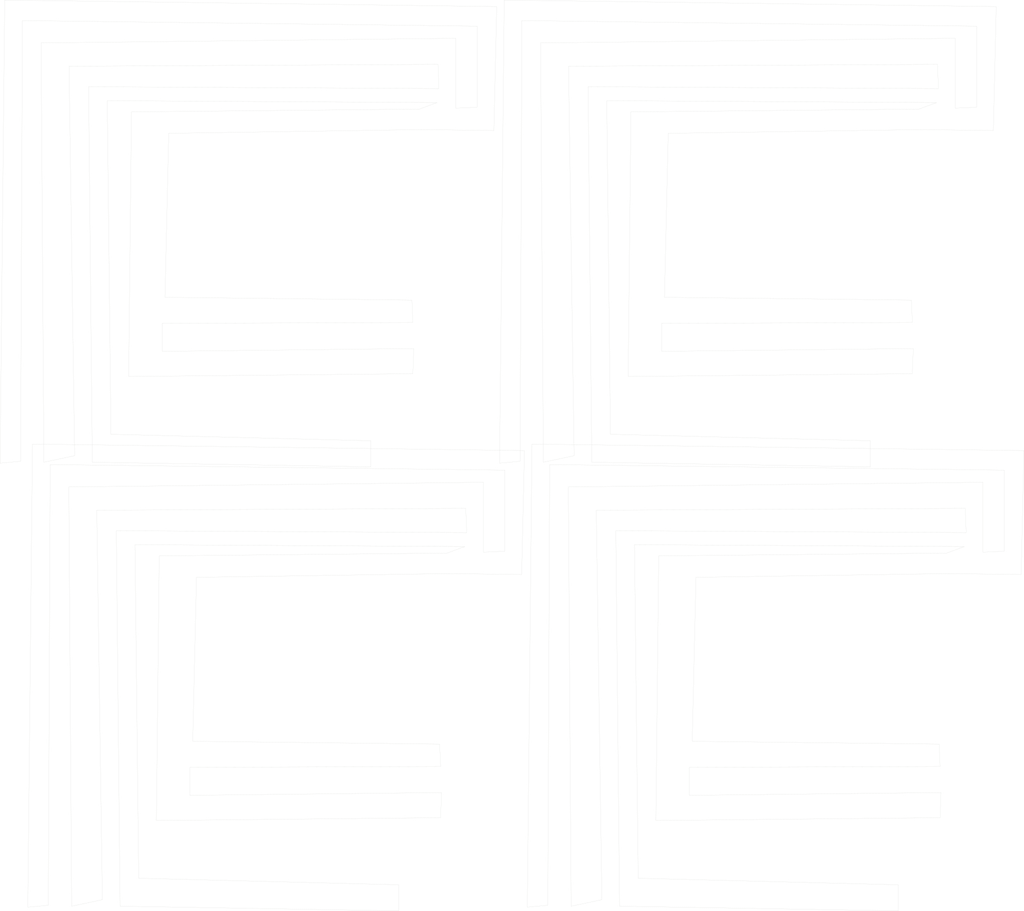
<source format=kicad_pcb>
(kicad_pcb (version 20221018) (generator pcbnew)

  (general
    (thickness 1.6)
  )

  (paper "A4")
  (layers
    (0 "F.Cu" signal)
    (31 "B.Cu" signal)
    (32 "B.Adhes" user "B.Adhesive")
    (33 "F.Adhes" user "F.Adhesive")
    (34 "B.Paste" user)
    (35 "F.Paste" user)
    (36 "B.SilkS" user "B.Silkscreen")
    (37 "F.SilkS" user "F.Silkscreen")
    (38 "B.Mask" user)
    (39 "F.Mask" user)
    (40 "Dwgs.User" user "User.Drawings")
    (41 "Cmts.User" user "User.Comments")
    (42 "Eco1.User" user "User.Eco1")
    (43 "Eco2.User" user "User.Eco2")
    (44 "Edge.Cuts" user)
    (45 "Margin" user)
    (46 "B.CrtYd" user "B.Courtyard")
    (47 "F.CrtYd" user "F.Courtyard")
    (48 "B.Fab" user)
    (49 "F.Fab" user)
    (50 "User.1" user)
    (51 "User.2" user)
    (52 "User.3" user)
    (53 "User.4" user)
    (54 "User.5" user)
    (55 "User.6" user)
    (56 "User.7" user)
    (57 "User.8" user)
    (58 "User.9" user)
  )

  (setup
    (stackup
      (layer "F.SilkS" (type "Top Silk Screen"))
      (layer "F.Paste" (type "Top Solder Paste"))
      (layer "F.Mask" (type "Top Solder Mask") (thickness 0.01))
      (layer "F.Cu" (type "copper") (thickness 0.035))
      (layer "dielectric 1" (type "core") (thickness 1.51) (material "FR4") (epsilon_r 4.5) (loss_tangent 0.02))
      (layer "B.Cu" (type "copper") (thickness 0.035))
      (layer "B.Mask" (type "Bottom Solder Mask") (thickness 0.01))
      (layer "B.Paste" (type "Bottom Solder Paste"))
      (layer "B.SilkS" (type "Bottom Silk Screen"))
      (layer "F.SilkS" (type "Top Silk Screen"))
      (layer "F.Paste" (type "Top Solder Paste"))
      (layer "F.Mask" (type "Top Solder Mask") (thickness 0.01))
      (layer "F.Cu" (type "copper") (thickness 0.035))
      (layer "dielectric 1" (type "core") (thickness 1.51) (material "FR4") (epsilon_r 4.5) (loss_tangent 0.02))
      (layer "B.Cu" (type "copper") (thickness 0.035))
      (layer "B.Mask" (type "Bottom Solder Mask") (thickness 0.01))
      (layer "B.Paste" (type "Bottom Solder Paste"))
      (layer "B.SilkS" (type "Bottom Silk Screen"))
      (layer "F.SilkS" (type "Top Silk Screen"))
      (layer "F.Paste" (type "Top Solder Paste"))
      (layer "F.Mask" (type "Top Solder Mask") (thickness 0.01))
      (layer "F.Cu" (type "copper") (thickness 0.035))
      (layer "dielectric 1" (type "core") (thickness 1.51) (material "FR4") (epsilon_r 4.5) (loss_tangent 0.02))
      (layer "B.Cu" (type "copper") (thickness 0.035))
      (layer "B.Mask" (type "Bottom Solder Mask") (thickness 0.01))
      (layer "B.Paste" (type "Bottom Solder Paste"))
      (layer "B.SilkS" (type "Bottom Silk Screen"))
      (layer "F.SilkS" (type "Top Silk Screen"))
      (layer "F.Paste" (type "Top Solder Paste"))
      (layer "F.Mask" (type "Top Solder Mask") (thickness 0.01))
      (layer "F.Cu" (type "copper") (thickness 0.035))
      (layer "dielectric 1" (type "core") (thickness 1.51) (material "FR4") (epsilon_r 4.5) (loss_tangent 0.02))
      (layer "B.Cu" (type "copper") (thickness 0.035))
      (layer "B.Mask" (type "Bottom Solder Mask") (thickness 0.01))
      (layer "B.Paste" (type "Bottom Solder Paste"))
      (layer "B.SilkS" (type "Bottom Silk Screen"))
      (copper_finish "None")
      (dielectric_constraints no)
    )
    (pad_to_mask_clearance 0)
    (pcbplotparams
      (layerselection 0x00010fc_ffffffff)
      (plot_on_all_layers_selection 0x0000000_00000000)
      (disableapertmacros false)
      (usegerberextensions false)
      (usegerberattributes true)
      (usegerberadvancedattributes true)
      (creategerberjobfile true)
      (dashed_line_dash_ratio 12.000000)
      (dashed_line_gap_ratio 3.000000)
      (svgprecision 4)
      (plotframeref false)
      (viasonmask false)
      (mode 1)
      (useauxorigin false)
      (hpglpennumber 1)
      (hpglpenspeed 20)
      (hpglpendiameter 15.000000)
      (dxfpolygonmode true)
      (dxfimperialunits true)
      (dxfusepcbnewfont true)
      (psnegative false)
      (psa4output false)
      (plotreference true)
      (plotvalue true)
      (plotinvisibletext false)
      (sketchpadsonfab false)
      (subtractmaskfromsilk false)
      (outputformat 1)
      (mirror false)
      (drillshape 1)
      (scaleselection 1)
      (outputdirectory "")
    )
  )

  (net 0 "")

  (gr_line (start 342.349937 200.53989) (end 238.599937 201.53989)
    (stroke (width 0.05) (type default)) (layer "Edge.Cuts") (tstamp 045f6bca-f75b-4a7f-a243-91da5be8ce47))
  (gr_line (start 206.099937 25.08989) (end 339.059937 24.41989)
    (stroke (width 0.05) (type default)) (layer "Edge.Cuts") (tstamp 053206a7-8eaf-4201-849c-daebe561262f))
  (gr_line (start 12.929937 161.24989) (end 11.249937 328.12989)
    (stroke (width 0.05) (type default)) (layer "Edge.Cuts") (tstamp 0588cdf3-3d80-4281-82b1-01317ac51331))
  (gr_line (start 198.639937 327.44989) (end 199.309937 168.63989)
    (stroke (width 0.05) (type default)) (layer "Edge.Cuts") (tstamp 062883ee-9f66-40c1-8d29-f40829980f9e))
  (gr_line (start 38.119937 325.43989) (end 36.099937 185.08989)
    (stroke (width 0.05) (type default)) (layer "Edge.Cuts") (tstamp 0687de7a-211d-4ca6-8f9c-8c1cea80246c))
  (gr_line (start 240.679937 108.35989) (end 242.029937 49.26989)
    (stroke (width 0.05) (type default)) (layer "Edge.Cuts") (tstamp 0b0bb759-508c-46e8-8d6f-42bf4277f9cf))
  (gr_line (start 339.999937 277.42989) (end 339.659937 269.36989)
    (stroke (width 0.05) (type default)) (layer "Edge.Cuts") (tstamp 0bd51995-655d-487d-bcdc-58ed9cd4490a))
  (gr_line (start 190.219937 163.59989) (end 12.929937 161.24989)
    (stroke (width 0.05) (type default)) (layer "Edge.Cuts") (tstamp 0cc2fe09-f96c-4bc0-84f3-a5c165401b96))
  (gr_line (start 159.999937 295.88989) (end 160.329937 286.82989)
    (stroke (width 0.05) (type default)) (layer "Edge.Cuts") (tstamp 103f6b0b-0cfa-4c5e-9bc8-db0e138391ab))
  (gr_line (start 159.659937 269.36989) (end 70.679937 268.35989)
    (stroke (width 0.05) (type default)) (layer "Edge.Cuts") (tstamp 10e1ad93-b3be-47e4-b38c-05965d3c036d))
  (gr_line (start 207.039937 327.78989) (end 218.119937 325.43989)
    (stroke (width 0.05) (type default)) (layer "Edge.Cuts") (tstamp 11f93595-db32-433d-963a-1b9676ff212e))
  (gr_line (start 345.439937 15.01989) (end 196.029937 16.69989)
    (stroke (width 0.05) (type default)) (layer "Edge.Cuts") (tstamp 128f8c7a-bf9f-4104-9259-4fce11e1c23a))
  (gr_line (start 69.679937 277.75989) (end 159.999937 277.42989)
    (stroke (width 0.05) (type default)) (layer "Edge.Cuts") (tstamp 13fdf201-c4c5-4378-95f4-be7b60042a78))
  (gr_line (start 239.679937 117.75989) (end 329.999937 117.42989)
    (stroke (width 0.05) (type default)) (layer "Edge.Cuts") (tstamp 153ecac5-347f-4916-8aff-16f70a5b90e4))
  (gr_line (start 249.679937 287.82989) (end 249.679937 277.75989)
    (stroke (width 0.05) (type default)) (layer "Edge.Cuts") (tstamp 15ae8660-137c-40f9-a96e-9563848dd544))
  (gr_line (start 165.439937 15.01989) (end 16.029937 16.69989)
    (stroke (width 0.05) (type default)) (layer "Edge.Cuts") (tstamp 15f2b295-1839-4113-b531-a0837a5e5c02))
  (gr_line (start 159.399937 33.14989) (end 33.149937 32.47989)
    (stroke (width 0.05) (type default)) (layer "Edge.Cuts") (tstamp 185c8563-fd8e-4e67-b1dc-2004cde230be))
  (gr_line (start 168.729937 198.18989) (end 162.349937 200.53989)
    (stroke (width 0.05) (type default)) (layer "Edge.Cuts") (tstamp 197fd390-b925-47ba-a6d3-ddc65ebbb503))
  (gr_line (start 16.029937 16.69989) (end 17.039937 167.78989)
    (stroke (width 0.05) (type default)) (layer "Edge.Cuts") (tstamp 1bb66852-984d-4202-98e0-371c36e7e615))
  (gr_line (start 197.039937 167.78989) (end 208.119937 165.43989)
    (stroke (width 0.05) (type default)) (layer "Edge.Cuts") (tstamp 20a5f0c2-c0f4-4764-8778-a98f267dfe7a))
  (gr_line (start 191.249937 328.12989) (end 198.639937 327.44989)
    (stroke (width 0.05) (type default)) (layer "Edge.Cuts") (tstamp 20f3879e-98f4-42d5-92e9-7b29bebd7630))
  (gr_line (start 237.589937 296.89989) (end 339.999937 295.88989)
    (stroke (width 0.05) (type default)) (layer "Edge.Cuts") (tstamp 234f7e64-8890-4e39-a35e-e460e1bb422f))
  (gr_line (start 60.679937 108.35989) (end 62.029937 49.26989)
    (stroke (width 0.05) (type default)) (layer "Edge.Cuts") (tstamp 240ac792-8211-4863-8005-dad360941991))
  (gr_line (start 363.159937 199.85989) (end 355.439937 200.19989)
    (stroke (width 0.05) (type default)) (layer "Edge.Cuts") (tstamp 2456427d-5aca-482c-a364-6639bed03cd8))
  (gr_line (start 329.659937 109.36989) (end 240.679937 108.35989)
    (stroke (width 0.05) (type default)) (layer "Edge.Cuts") (tstamp 25cb45bc-8637-42e9-92a4-7f0cd00e5050))
  (gr_line (start 36.099937 185.08989) (end 169.059937 184.41989)
    (stroke (width 0.05) (type default)) (layer "Edge.Cuts") (tstamp 26dde5a3-a14c-4c0a-a3ed-c818d3458d5c))
  (gr_line (start 333.019937 47.91989) (end 359.209937 48.25989)
    (stroke (width 0.05) (type default)) (layer "Edge.Cuts") (tstamp 2880ed31-f11e-4696-944c-f2de1227d3cc))
  (gr_line (start 214.489937 167.78989) (end 314.889937 169.46989)
    (stroke (width 0.05) (type default)) (layer "Edge.Cuts") (tstamp 2b7fccbf-1438-4b73-90e2-05dd242b0912))
  (gr_line (start 149.999937 135.88989) (end 150.329937 126.82989)
    (stroke (width 0.05) (type default)) (layer "Edge.Cuts") (tstamp 2ba86bb8-5cf4-49ac-86a6-31a7ea87c265))
  (gr_line (start 34.489937 167.78989) (end 134.889937 169.46989)
    (stroke (width 0.05) (type default)) (layer "Edge.Cuts") (tstamp 2d7319f9-648d-4cc1-bfd9-bcb09d4acd46))
  (gr_line (start 72.029937 209.26989) (end 163.019937 207.91989)
    (stroke (width 0.05) (type default)) (layer "Edge.Cuts") (tstamp 325f96ad-688a-420a-a4e7-87bebf713eec))
  (gr_line (start 353.159937 39.85989) (end 345.439937 40.19989)
    (stroke (width 0.05) (type default)) (layer "Edge.Cuts") (tstamp 344711c3-7ab3-4bda-b5fb-652c53e8f2dc))
  (gr_line (start 196.029937 16.69989) (end 197.039937 167.78989)
    (stroke (width 0.05) (type default)) (layer "Edge.Cuts") (tstamp 37df859b-81b6-4752-8214-f106de94f804))
  (gr_line (start 353.159937 10.64989) (end 353.159937 39.85989)
    (stroke (width 0.05) (type default)) (layer "Edge.Cuts") (tstamp 3ccefad5-7a01-48a8-b760-376115288224))
  (gr_line (start 179.209937 48.25989) (end 180.219937 3.59989)
    (stroke (width 0.05) (type default)) (layer "Edge.Cuts") (tstamp 3ffb83d1-b52a-4d36-8fbb-b62c3d7293b6))
  (gr_line (start 345.439937 40.19989) (end 345.439937 15.01989)
    (stroke (width 0.05) (type default)) (layer "Edge.Cuts") (tstamp 43202ef1-36f5-4872-a36b-b46ebc18664b))
  (gr_line (start 242.029937 49.26989) (end 333.019937 47.91989)
    (stroke (width 0.05) (type default)) (layer "Edge.Cuts") (tstamp 4562cabe-74c9-4a6c-ac7a-df3297cf482e))
  (gr_line (start 349.059937 184.41989) (end 349.399937 193.14989)
    (stroke (width 0.05) (type default)) (layer "Edge.Cuts") (tstamp 475d88ea-8e5b-471d-bbf1-5375d5988df6))
  (gr_line (start 48.599937 41.53989) (end 47.589937 136.89989)
    (stroke (width 0.05) (type default)) (layer "Edge.Cuts") (tstamp 4a148bcb-c95d-4e18-9b9b-c3c564e38324))
  (gr_line (start 221.209937 157.71989) (end 219.869937 37.50989)
    (stroke (width 0.05) (type default)) (layer "Edge.Cuts") (tstamp 4ae2f382-b305-4804-894a-53515ac2ca99))
  (gr_line (start 26.099937 25.08989) (end 159.059937 24.41989)
    (stroke (width 0.05) (type default)) (layer "Edge.Cuts") (tstamp 4bbbe1c6-f3d0-4481-b03c-d6cf71d322ea))
  (gr_line (start 150.329937 126.82989) (end 59.679937 127.82989)
    (stroke (width 0.05) (type default)) (layer "Edge.Cuts") (tstamp 4ddc26af-3af5-4aee-a2aa-dd1a419c8c13))
  (gr_line (start 363.159937 170.64989) (end 363.159937 199.85989)
    (stroke (width 0.05) (type default)) (layer "Edge.Cuts") (tstamp 50d22f04-eff5-40cd-b6ff-7567288ee344))
  (gr_line (start 314.889937 169.46989) (end 314.889937 160.06989)
    (stroke (width 0.05) (type default)) (layer "Edge.Cuts") (tstamp 51be4f40-4b35-4055-b969-8fcbf8c7ac73))
  (gr_line (start 183.159937 199.85989) (end 175.439937 200.19989)
    (stroke (width 0.05) (type default)) (layer "Edge.Cuts") (tstamp 54b00152-8837-492b-905c-0fdda6710107))
  (gr_line (start 160.329937 286.82989) (end 69.679937 287.82989)
    (stroke (width 0.05) (type default)) (layer "Edge.Cuts") (tstamp 579e7cd3-d6c2-4c97-8bff-387851517e29))
  (gr_line (start 249.679937 277.75989) (end 339.999937 277.42989)
    (stroke (width 0.05) (type default)) (layer "Edge.Cuts") (tstamp 58beffd8-1318-4573-a145-bd244568dc41))
  (gr_line (start 355.439937 175.01989) (end 206.029937 176.69989)
    (stroke (width 0.05) (type default)) (layer "Edge.Cuts") (tstamp 5c554351-335d-4fe3-b589-24fb7c0917af))
  (gr_line (start 348.729937 198.18989) (end 342.349937 200.53989)
    (stroke (width 0.05) (type default)) (layer "Edge.Cuts") (tstamp 5f1c61e5-9525-43dc-8340-e60924617313))
  (gr_line (start 159.999937 277.42989) (end 159.659937 269.36989)
    (stroke (width 0.05) (type default)) (layer "Edge.Cuts") (tstamp 60a9b827-9d3e-4349-ba75-c4a1cff0d41a))
  (gr_line (start 343.019937 207.91989) (end 369.209937 208.25989)
    (stroke (width 0.05) (type default)) (layer "Edge.Cuts") (tstamp 61497bdd-5178-4a1f-b367-0b04e6593957))
  (gr_line (start 159.059937 24.41989) (end 159.399937 33.14989)
    (stroke (width 0.05) (type default)) (layer "Edge.Cuts") (tstamp 62f4be7c-9afe-4a27-b226-607292ca19e8))
  (gr_line (start 9.309937 8.63989) (end 173.159937 10.64989)
    (stroke (width 0.05) (type default)) (layer "Edge.Cuts") (tstamp 65fbfad5-5630-4bec-8ca7-69a790c530fe))
  (gr_line (start 169.399937 193.14989) (end 43.149937 192.47989)
    (stroke (width 0.05) (type default)) (layer "Edge.Cuts") (tstamp 660876f4-0638-48d7-9b05-ae00aa282b54))
  (gr_line (start 180.219937 3.59989) (end 2.929937 1.24989)
    (stroke (width 0.05) (type default)) (layer "Edge.Cuts") (tstamp 67a704b9-4150-4a58-8f26-e0704ada630a))
  (gr_line (start 338.729937 38.18989) (end 332.349937 40.53989)
    (stroke (width 0.05) (type default)) (layer "Edge.Cuts") (tstamp 6b68eeaf-7486-45d2-8594-294e4efdf0d9))
  (gr_line (start 51.209937 317.71989) (end 49.869937 197.50989)
    (stroke (width 0.05) (type default)) (layer "Edge.Cuts") (tstamp 6c6cdcc8-48c2-4d01-ab5d-7c477e45d42f))
  (gr_line (start 144.889937 329.46989) (end 144.889937 320.06989)
    (stroke (width 0.05) (type default)) (layer "Edge.Cuts") (tstamp 6cf983a9-65b6-4590-b4bd-6020e4a99771))
  (gr_line (start 250.679937 268.35989) (end 252.029937 209.26989)
    (stroke (width 0.05) (type default)) (layer "Edge.Cuts") (tstamp 6d403674-1222-4134-8bed-fdd35ebc4b2d))
  (gr_line (start 370.219937 163.59989) (end 192.929937 161.24989)
    (stroke (width 0.05) (type default)) (layer "Edge.Cuts") (tstamp 6e0882ff-4907-440f-a18f-d005edf453ac))
  (gr_line (start 152.349937 40.53989) (end 48.599937 41.53989)
    (stroke (width 0.05) (type default)) (layer "Edge.Cuts") (tstamp 6e636482-8dfc-4242-b85b-812d9d39602f))
  (gr_line (start 213.149937 32.47989) (end 214.489937 167.78989)
    (stroke (width 0.05) (type default)) (layer "Edge.Cuts") (tstamp 7241d8f7-030b-4019-a58b-2d5f6fcfeee6))
  (gr_line (start 49.869937 197.50989) (end 168.729937 198.18989)
    (stroke (width 0.05) (type default)) (layer "Edge.Cuts") (tstamp 77f60882-960f-43d1-afe7-9cbe84079fda))
  (gr_line (start 231.209937 317.71989) (end 229.869937 197.50989)
    (stroke (width 0.05) (type default)) (layer "Edge.Cuts") (tstamp 79504ab8-3bed-482c-a665-5d7292315fff))
  (gr_line (start 19.309937 168.63989) (end 183.159937 170.64989)
    (stroke (width 0.05) (type default)) (layer "Edge.Cuts") (tstamp 7a4ce7bc-f674-463b-975e-204662005c94))
  (gr_line (start 239.679937 127.82989) (end 239.679937 117.75989)
    (stroke (width 0.05) (type default)) (layer "Edge.Cuts") (tstamp 7b245464-2307-40e5-ad0a-a4a9ad27cee8))
  (gr_line (start 223.149937 192.47989) (end 224.489937 327.78989)
    (stroke (width 0.05) (type default)) (layer "Edge.Cuts") (tstamp 7f7dcd70-2245-4e9a-b6ee-2fac7c4c9e4a))
  (gr_line (start 189.309937 8.63989) (end 353.159937 10.64989)
    (stroke (width 0.05) (type default)) (layer "Edge.Cuts") (tstamp 7ff10c4a-122e-432d-a731-7ddad5754243))
  (gr_line (start 339.659937 269.36989) (end 250.679937 268.35989)
    (stroke (width 0.05) (type default)) (layer "Edge.Cuts") (tstamp 82114d31-886d-4310-b6ce-6d246fdf4900))
  (gr_line (start 329.999937 117.42989) (end 329.659937 109.36989)
    (stroke (width 0.05) (type default)) (layer "Edge.Cuts") (tstamp 848f297e-4be1-4e7e-becc-18585f2faecf))
  (gr_line (start 28.119937 165.43989) (end 26.099937 25.08989)
    (stroke (width 0.05) (type default)) (layer "Edge.Cuts") (tstamp 85fc3e5a-1605-41fb-a5fc-fce649e680bf))
  (gr_line (start 62.029937 49.26989) (end 153.019937 47.91989)
    (stroke (width 0.05) (type default)) (layer "Edge.Cuts") (tstamp 86d040ee-737c-4d41-a21b-112012ec0d6c))
  (gr_line (start 69.679937 287.82989) (end 69.679937 277.75989)
    (stroke (width 0.05) (type default)) (layer "Edge.Cuts") (tstamp 87ac7868-6947-4394-81d6-039b0ea9c7da))
  (gr_line (start 18.639937 327.44989) (end 19.309937 168.63989)
    (stroke (width 0.05) (type default)) (layer "Edge.Cuts") (tstamp 8d0afd37-eaca-4a1f-8b8f-9ae1469a3af4))
  (gr_line (start 199.309937 168.63989) (end 363.159937 170.64989)
    (stroke (width 0.05) (type default)) (layer "Edge.Cuts") (tstamp 8e576150-5a8d-47d8-af07-6ad75b76092e))
  (gr_line (start 26.029937 176.69989) (end 27.039937 327.78989)
    (stroke (width 0.05) (type default)) (layer "Edge.Cuts") (tstamp 90b846e9-58b4-428e-bfdb-dd59b9870a1f))
  (gr_line (start 188.639937 167.44989) (end 189.309937 8.63989)
    (stroke (width 0.05) (type default)) (layer "Edge.Cuts") (tstamp 91ac167e-1045-4680-bc3b-a3d919e4142c))
  (gr_line (start 339.399937 33.14989) (end 213.149937 32.47989)
    (stroke (width 0.05) (type default)) (layer "Edge.Cuts") (tstamp 96d67522-b6c2-49f2-ac9b-469080eb1d81))
  (gr_line (start 59.679937 117.75989) (end 149.999937 117.42989)
    (stroke (width 0.05) (type default)) (layer "Edge.Cuts") (tstamp 97a57f13-4525-4d23-ac56-0bbbe8cd5b23))
  (gr_line (start 355.439937 200.19989) (end 355.439937 175.01989)
    (stroke (width 0.05) (type default)) (layer "Edge.Cuts") (tstamp 983668b4-5921-48e7-889e-78e3a8d2f560))
  (gr_line (start 70.679937 268.35989) (end 72.029937 209.26989)
    (stroke (width 0.05) (type default)) (layer "Edge.Cuts") (tstamp 9976a5d2-5cd6-4e26-925f-b388a09c4257))
  (gr_line (start 227.589937 136.89989) (end 329.999937 135.88989)
    (stroke (width 0.05) (type default)) (layer "Edge.Cuts") (tstamp 99d290e3-de0b-4c17-bf6a-3b2728f623c0))
  (gr_line (start 219.869937 37.50989) (end 338.729937 38.18989)
    (stroke (width 0.05) (type default)) (layer "Edge.Cuts") (tstamp 9d7a4a98-6b32-4e1b-a767-abd1b176e6d7))
  (gr_line (start 218.119937 325.43989) (end 216.099937 185.08989)
    (stroke (width 0.05) (type default)) (layer "Edge.Cuts") (tstamp 9e5143f1-71d5-481c-9025-c132a4e89550))
  (gr_line (start 324.889937 329.46989) (end 324.889937 320.06989)
    (stroke (width 0.05) (type default)) (layer "Edge.Cuts") (tstamp 9f0ead25-0602-41c0-a6c6-99c10771628a))
  (gr_line (start 47.589937 136.89989) (end 149.999937 135.88989)
    (stroke (width 0.05) (type default)) (layer "Edge.Cuts") (tstamp a3e303d8-1e1d-4847-af44-0409301da2c9))
  (gr_line (start 340.329937 286.82989) (end 249.679937 287.82989)
    (stroke (width 0.05) (type default)) (layer "Edge.Cuts") (tstamp a51551a5-006c-478b-bfb0-1b4e7397e118))
  (gr_line (start 339.999937 295.88989) (end 340.329937 286.82989)
    (stroke (width 0.05) (type default)) (layer "Edge.Cuts") (tstamp a63314fa-2c87-4424-8dfb-5ea28beae25e))
  (gr_line (start 181.249937 168.12989) (end 188.639937 167.44989)
    (stroke (width 0.05) (type default)) (layer "Edge.Cuts") (tstamp a7f02333-9b5a-412a-ac4c-650a97d95f67))
  (gr_line (start 43.149937 192.47989) (end 44.489937 327.78989)
    (stroke (width 0.05) (type default)) (layer "Edge.Cuts") (tstamp a964147e-91ef-41df-a3b2-39ff14316800))
  (gr_line (start 149.999937 117.42989) (end 149.659937 109.36989)
    (stroke (width 0.05) (type default)) (layer "Edge.Cuts") (tstamp aab764e1-0a07-4fd4-a357-0458b4fa9e3b))
  (gr_line (start 17.039937 167.78989) (end 28.119937 165.43989)
    (stroke (width 0.05) (type default)) (layer "Edge.Cuts") (tstamp b57306f7-d1b7-4d30-b7a7-d84b9a6ed5ec))
  (gr_line (start 158.729937 38.18989) (end 152.349937 40.53989)
    (stroke (width 0.05) (type default)) (layer "Edge.Cuts") (tstamp b75fb3cd-d248-4c79-97d1-d9cb8aad8e7a))
  (gr_line (start 173.159937 10.64989) (end 173.159937 39.85989)
    (stroke (width 0.05) (type default)) (layer "Edge.Cuts") (tstamp bc056ec3-7bf9-461b-86d9-da5619edc37e))
  (gr_line (start 162.349937 200.53989) (end 58.599937 201.53989)
    (stroke (width 0.05) (type default)) (layer "Edge.Cuts") (tstamp be1b1234-8fd2-42a6-b61c-c453cb66ea32))
  (gr_line (start 224.489937 327.78989) (end 324.889937 329.46989)
    (stroke (width 0.05) (type default)) (layer "Edge.Cuts") (tstamp c11e6a6b-0a01-4b6e-ab12-8dbfe745e2ae))
  (gr_line (start 33.149937 32.47989) (end 34.489937 167.78989)
    (stroke (width 0.05) (type default)) (layer "Edge.Cuts") (tstamp c30d8024-3233-458b-91bc-f5d0b1310f5f))
  (gr_line (start 329.999937 135.88989) (end 330.329937 126.82989)
    (stroke (width 0.05) (type default)) (layer "Edge.Cuts") (tstamp c3c34224-1e97-41a6-97f8-885d939577be))
  (gr_line (start 175.439937 200.19989) (end 175.439937 175.01989)
    (stroke (width 0.05) (type default)) (layer "Edge.Cuts") (tstamp c6a9e355-27a1-4f1c-bb62-bd3611418008))
  (gr_line (start 206.029937 176.69989) (end 207.039937 327.78989)
    (stroke (width 0.05) (type default)) (layer "Edge.Cuts") (tstamp c72aa166-9fef-4b72-bf9e-7d3b13e612c9))
  (gr_line (start 175.439937 175.01989) (end 26.029937 176.69989)
    (stroke (width 0.05) (type default)) (layer "Edge.Cuts") (tstamp c77182c6-5492-4134-bded-17451e2b3a85))
  (gr_line (start 183.159937 170.64989) (end 183.159937 199.85989)
    (stroke (width 0.05) (type default)) (layer "Edge.Cuts") (tstamp cb294daa-eb73-44dd-9700-b64eceb47bea))
  (gr_line (start 360.219937 3.59989) (end 182.929937 1.24989)
    (stroke (width 0.05) (type default)) (layer "Edge.Cuts") (tstamp cbd00068-72c0-497b-bf8b-b53478a1d96e))
  (gr_line (start 8.639937 167.44989) (end 9.309937 8.63989)
    (stroke (width 0.05) (type default)) (layer "Edge.Cuts") (tstamp cc9bfc8c-9093-4be0-aedf-e9d139605da0))
  (gr_line (start 57.589937 296.89989) (end 159.999937 295.88989)
    (stroke (width 0.05) (type default)) (layer "Edge.Cuts") (tstamp ccc0693c-0a8b-4ed2-ab1f-4f5b945ebed6))
  (gr_line (start 349.399937 193.14989) (end 223.149937 192.47989)
    (stroke (width 0.05) (type default)) (layer "Edge.Cuts") (tstamp cd43d7e8-ebb7-4b4a-96e5-fb7984cc7e33))
  (gr_line (start 1.249937 168.12989) (end 8.639937 167.44989)
    (stroke (width 0.05) (type default)) (layer "Edge.Cuts") (tstamp d0885501-8818-41ee-93a2-5b35d0dd7bb6))
  (gr_line (start 238.599937 201.53989) (end 237.589937 296.89989)
    (stroke (width 0.05) (type default)) (layer "Edge.Cuts") (tstamp d1ae7da4-e568-4613-bf63-1486fff5a6a5))
  (gr_line (start 369.209937 208.25989) (end 370.219937 163.59989)
    (stroke (width 0.05) (type default)) (layer "Edge.Cuts") (tstamp d1cb3eea-ea76-485e-8314-6e03ef355f3c))
  (gr_line (start 134.889937 160.06989) (end 41.209937 157.71989)
    (stroke (width 0.05) (type default)) (layer "Edge.Cuts") (tstamp d2ebe459-7321-4435-bf8b-1586b0f6b82b))
  (gr_line (start 144.889937 320.06989) (end 51.209937 317.71989)
    (stroke (width 0.05) (type default)) (layer "Edge.Cuts") (tstamp d3e83f03-f8d3-4680-bd4f-4c0b1901c55e))
  (gr_line (start 149.659937 109.36989) (end 60.679937 108.35989)
    (stroke (width 0.05) (type default)) (layer "Edge.Cuts") (tstamp d639917c-59fe-4076-8d35-38bd6a797293))
  (gr_line (start 324.889937 320.06989) (end 231.209937 317.71989)
    (stroke (width 0.05) (type default)) (layer "Edge.Cuts") (tstamp d787b9f8-e888-4fa5-89f2-a30847c81a63))
  (gr_line (start 41.209937 157.71989) (end 39.869937 37.50989)
    (stroke (width 0.05) (type default)) (layer "Edge.Cuts") (tstamp d813c367-f5fa-4f5e-9557-496505910cfe))
  (gr_line (start 163.019937 207.91989) (end 189.209937 208.25989)
    (stroke (width 0.05) (type default)) (layer "Edge.Cuts") (tstamp d8577ad4-ad1d-4b53-93ef-ed114e39a4f1))
  (gr_line (start 27.039937 327.78989) (end 38.119937 325.43989)
    (stroke (width 0.05) (type default)) (layer "Edge.Cuts") (tstamp dbe697cb-5526-4401-b56d-588811baa232))
  (gr_line (start 165.439937 40.19989) (end 165.439937 15.01989)
    (stroke (width 0.05) (type default)) (layer "Edge.Cuts") (tstamp dbeb0434-23c8-45a6-b9a6-f61e85b277dc))
  (gr_line (start 44.489937 327.78989) (end 144.889937 329.46989)
    (stroke (width 0.05) (type default)) (layer "Edge.Cuts") (tstamp dc18c33a-ed9d-4d5a-8850-1ab4067764ab))
  (gr_line (start 153.019937 47.91989) (end 179.209937 48.25989)
    (stroke (width 0.05) (type default)) (layer "Edge.Cuts") (tstamp dc9dd81f-d552-44e6-962b-2c6981d24706))
  (gr_line (start 134.889937 169.46989) (end 134.889937 160.06989)
    (stroke (width 0.05) (type default)) (layer "Edge.Cuts") (tstamp de7d3980-c87a-4e79-9caa-a25c45764116))
  (gr_line (start 339.059937 24.41989) (end 339.399937 33.14989)
    (stroke (width 0.05) (type default)) (layer "Edge.Cuts") (tstamp df0c2d4c-19cd-4bd7-ba5b-2119bf3143cf))
  (gr_line (start 208.119937 165.43989) (end 206.099937 25.08989)
    (stroke (width 0.05) (type default)) (layer "Edge.Cuts") (tstamp e0eb355e-da77-472b-a550-ce0f50ca3f0f))
  (gr_line (start 252.029937 209.26989) (end 343.019937 207.91989)
    (stroke (width 0.05) (type default)) (layer "Edge.Cuts") (tstamp e5aba082-6ec0-453b-a0f9-133a469aaa1a))
  (gr_line (start 189.209937 208.25989) (end 190.219937 163.59989)
    (stroke (width 0.05) (type default)) (layer "Edge.Cuts") (tstamp e7d8f947-8bf1-4d1d-b134-502f48139d3e))
  (gr_line (start 39.869937 37.50989) (end 158.729937 38.18989)
    (stroke (width 0.05) (type default)) (layer "Edge.Cuts") (tstamp e854a07a-5e8b-4f8c-821d-2df443b25023))
  (gr_line (start 216.099937 185.08989) (end 349.059937 184.41989)
    (stroke (width 0.05) (type default)) (layer "Edge.Cuts") (tstamp e8f4506e-967e-4e0c-bfcc-eec4c45edef6))
  (gr_line (start 330.329937 126.82989) (end 239.679937 127.82989)
    (stroke (width 0.05) (type default)) (layer "Edge.Cuts") (tstamp ea95276e-8f22-4656-a557-9dcb94b2492e))
  (gr_line (start 58.599937 201.53989) (end 57.589937 296.89989)
    (stroke (width 0.05) (type default)) (layer "Edge.Cuts") (tstamp ead16a58-7603-440c-9302-870dd3ea1d24))
  (gr_line (start 11.249937 328.12989) (end 18.639937 327.44989)
    (stroke (width 0.05) (type default)) (layer "Edge.Cuts") (tstamp ec6befca-7816-4655-969e-e8e5235b555b))
  (gr_line (start 173.159937 39.85989) (end 165.439937 40.19989)
    (stroke (width 0.05) (type default)) (layer "Edge.Cuts") (tstamp ee899bb8-13d3-4dca-ac41-85963e46d86a))
  (gr_line (start 314.889937 160.06989) (end 221.209937 157.71989)
    (stroke (width 0.05) (type default)) (layer "Edge.Cuts") (tstamp ef939a29-e912-4ea4-ad40-ee3f46079152))
  (gr_line (start 359.209937 48.25989) (end 360.219937 3.59989)
    (stroke (width 0.05) (type default)) (layer "Edge.Cuts") (tstamp f3117b34-3ba2-4b00-b4bf-f49995ce6ff8))
  (gr_line (start 332.349937 40.53989) (end 228.599937 41.53989)
    (stroke (width 0.05) (type default)) (layer "Edge.Cuts") (tstamp f3b619ec-b219-46be-9ee6-2663e0840d8c))
  (gr_line (start 2.929937 1.24989) (end 1.249937 168.12989)
    (stroke (width 0.05) (type default)) (layer "Edge.Cuts") (tstamp f7a620a3-5691-4a57-9803-0a4816297c8f))
  (gr_line (start 182.929937 1.24989) (end 181.249937 168.12989)
    (stroke (width 0.05) (type default)) (layer "Edge.Cuts") (tstamp f803793f-7297-4dad-99a4-4aabb5c3637f))
  (gr_line (start 229.869937 197.50989) (end 348.729937 198.18989)
    (stroke (width 0.05) (type default)) (layer "Edge.Cuts") (tstamp f85d3ae5-a2a9-4ebb-a917-634c57400c65))
  (gr_line (start 169.059937 184.41989) (end 169.399937 193.14989)
    (stroke (width 0.05) (type default)) (layer "Edge.Cuts") (tstamp fb74da17-9ced-4a33-bd6c-af2645d1d48f))
  (gr_line (start 228.599937 41.53989) (end 227.589937 136.89989)
    (stroke (width 0.05) (type default)) (layer "Edge.Cuts") (tstamp fc015d73-5e50-4f48-a6d1-bd1f3b48011e))
  (gr_line (start 192.929937 161.24989) (end 191.249937 328.12989)
    (stroke (width 0.05) (type default)) (layer "Edge.Cuts") (tstamp fcc8177d-20e1-4080-acf7-1272d334cc02))
  (gr_line (start 59.679937 127.82989) (end 59.679937 117.75989)
    (stroke (width 0.05) (type default)) (layer "Edge.Cuts") (tstamp fea0fc5a-f783-4ff1-b1b8-e35347cf5dfd))

)

</source>
